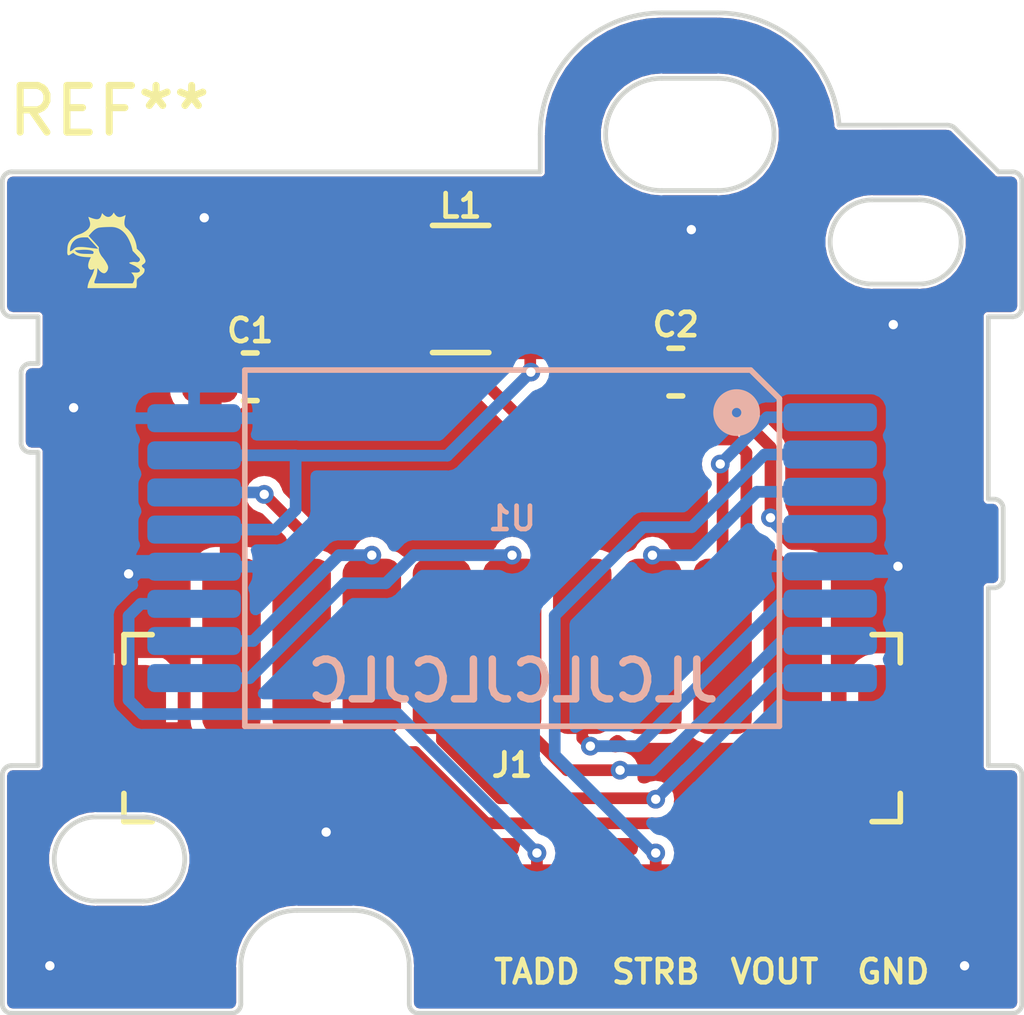
<source format=kicad_pcb>
(kicad_pcb (version 20211014) (generator pcbnew)
  (layers (0 "F.Cu" signal) (31 "B.Cu" signal) (34 "B.Paste" user) (35 "F.Paste" user) (36 "B.SilkS" user "B.Silkscreen") (37 "F.SilkS" user "F.Silkscreen") (38 "B.Mask" user) (39 "F.Mask" user) (44 "Edge.Cuts" user))
  (net 0 "")
  (net 1 "+5V")
  (net 2 "GND")
  (net 3 "SEN_VDD")
  (net 4 "SEN_START")
  (net 5 "SEN_SIN")
  (net 6 "SEN_LOAD")
  (net 7 "SEN_RST")
  (net 8 "SEN_CLK")
  (net 9 "SEN_READ")
  (net 10 "SEN_VOUT")
  (net 11 "SEN_STRB")
  (net 12 "SEN_TADD")
  (footprint "SMT (LP):TestPoint_Pad_1.5x1.5mm (LP)" (layer "F.Cu") (at 139.05 97.714)
    (fp_text reference "TP4" hide)
    (fp_text value "TestPoint" hide)
    (pad "1" smd roundrect (at 0 0) (size 1.8 1.8) (layers "F.Cu" "F.Paste") (roundrect_rratio 0.08333333333) (net 2 "GND"))
  )
  (footprint "SMT (LP):TestPoint_Pad_1.5x1.5mm (LP)" (layer "F.Cu") (at 133.97 97.714)
    (fp_text reference "TP2" hide)
    (fp_text value "TestPoint" hide)
    (pad "1" smd roundrect (at 0 0) (size 1.8 1.8) (layers "F.Cu" "F.Paste") (roundrect_rratio 0.08333333333) (net 11 "SEN_STRB"))
  )
  (footprint "SMT (LP):0603_HandSolder (LP)" (layer "F.Cu") (at 125.3 86.384 180)
    (fp_text reference "C1" (at 0 0.989 180) (layer "F.SilkS") (effects (font (size 0.5 0.5) (thickness 0.1))))
    (fp_text value "0.15uF" hide)
    (fp_line (start -0.146267 -0.51) (end 0.146267 -0.51) (layer "F.SilkS") (width 0.12))
    (fp_line (start -0.146267 0.51) (end 0.146267 0.51) (layer "F.SilkS") (width 0.12))
    (pad "1" smd roundrect (at -0.8625 0 180) (size 1.2 1.1) (layers "F.Cu" "F.Paste") (net 1 "+5V"))
    (pad "2" smd roundrect (at 0.8625 0 180) (size 1.2 1.1) (layers "F.Cu" "F.Paste") (net 2 "GND"))
  )
  (footprint "SMT (LP):1210_HandSolder (LP)" (layer "F.Cu") (at 129.8 84.506)
    (fp_text reference "L1" (at 0 -1.778) (layer "F.SilkS") (effects (font (size 0.5 0.5) (thickness 0.1))))
    (fp_text value "220uH" hide)
    (fp_line (start -0.602064 -1.36) (end 0.602064 -1.36) (layer "F.SilkS") (width 0.12))
    (fp_line (start -0.602064 1.36) (end 0.602064 1.36) (layer "F.SilkS") (width 0.12))
    (pad "1" smd roundrect (at -1.4875 0 180) (size 1.8 3) (layers "F.Cu" "F.Paste") (net 1 "+5V"))
    (pad "2" smd roundrect (at 1.4875 0 180) (size 1.8 3) (layers "F.Cu" "F.Paste") (net 3 "SEN_VDD"))
  )
  (footprint "SMT (LP):TestPoint_Pad_1.5x1.5mm (LP)" (layer "F.Cu") (at 136.51 97.714)
    (fp_text reference "TP3" hide)
    (fp_text value "TestPoint" hide)
    (pad "1" smd roundrect (at 0 0) (size 1.8 1.8) (layers "F.Cu" "F.Paste") (roundrect_rratio 0.08333333333) (net 10 "SEN_VOUT"))
  )
  (footprint "SMT (LP):0603_HandSolder (LP)" (layer "F.Cu") (at 134.4 86.284)
    (fp_text reference "C2" (at 0 -1.016) (layer "F.SilkS") (effects (font (size 0.5 0.5) (thickness 0.1))))
    (fp_text value "0.15uF" hide)
    (fp_line (start -0.146267 -0.51) (end 0.146267 -0.51) (layer "F.SilkS") (width 0.12))
    (fp_line (start -0.146267 0.51) (end 0.146267 0.51) (layer "F.SilkS") (width 0.12))
    (pad "1" smd roundrect (at -0.8625 0) (size 1.2 1.1) (layers "F.Cu" "F.Paste") (net 3 "SEN_VDD"))
    (pad "2" smd roundrect (at 0.8625 0) (size 1.2 1.1) (layers "F.Cu" "F.Paste") (net 2 "GND"))
  )
  (footprint "JST Connector:JST Connector (LP)" (layer "F.Cu") (at 130.9 93.9 180)
    (fp_text reference "J1" (at 0 -0.79 unlocked) (layer "F.SilkS") (effects (font (size 0.5 0.5) (thickness 0.1))))
    (fp_text value "JST_Connector" hide)
    (fp_line (start 7.697 2) (end 8.3 2) (layer "F.SilkS") (width 0.12))
    (fp_line (start 8.3 2) (end 8.3 1.397) (layer "F.SilkS") (width 0.12))
    (fp_line (start 7.697 -2) (end 8.3 -2) (layer "F.SilkS") (width 0.12))
    (fp_line (start -7.697 2) (end -8.3 2) (layer "F.SilkS") (width 0.12))
    (fp_line (start -7.697 -2) (end -8.3 -2) (layer "F.SilkS") (width 0.12))
    (fp_line (start 8.3 -2) (end 8.3 -1.397) (layer "F.SilkS") (width 0.12))
    (fp_line (start -8.3 2) (end -8.3 1.397) (layer "F.SilkS") (width 0.12))
    (fp_line (start -8.3 -2) (end -8.3 -1.397) (layer "F.SilkS") (width 0.12))
    (pad "0" smd roundrect (at -8.25 0 270) (size 2.7 1.7) (layers "F.Cu" "F.Paste") (net 2 "GND"))
    (pad "0" smd roundrect (at 8.25 0 270) (size 2.7 1.7) (layers "F.Cu" "F.Paste") (net 2 "GND"))
    (pad "1" smd roundrect (at -6 1.75 270) (size 3.75 1.25) (layers "F.Cu" "F.Paste") (net 1 "+5V"))
    (pad "2" smd roundrect (at -4.5 1.75 270) (size 3.75 1.25) (layers "F.Cu" "F.Paste") (net 4 "SEN_START"))
    (pad "3" smd roundrect (at -3 1.75 270) (size 3.75 1.25) (layers "F.Cu" "F.Paste") (net 5 "SEN_SIN"))
    (pad "4" smd roundrect (at -1.5 1.75 270) (size 3.75 1.25) (layers "F.Cu" "F.Paste") (net 6 "SEN_LOAD"))
    (pad "5" smd roundrect (at 0 1.75 270) (size 3.75 1.25) (layers "F.Cu" "F.Paste") (net 7 "SEN_RST"))
    (pad "6" smd roundrect (at 1.5 1.75 270) (size 3.75 1.25) (layers "F.Cu" "F.Paste") (net 8 "SEN_CLK"))
    (pad "7" smd roundrect (at 3 1.75 270) (size 3.75 1.25) (layers "F.Cu" "F.Paste") (net 9 "SEN_READ"))
    (pad "8" smd roundrect (at 4.5 1.75 270) (size 3.75 1.25) (layers "F.Cu" "F.Paste") (net 10 "SEN_VOUT"))
    (pad "9" smd roundrect (at 6 1.75 270) (size 3.75 1.25) (layers "F.Cu" "F.Paste") (net 2 "GND"))
  )
  (footprint "Logo:Logo" (layer "F.Cu") (at 122.286 83.744)
    (fp_text reference "REF**" (at 0 -3.048 unlocked) (layer "F.SilkS"))
    (fp_text value "Logo")
    (fp_poly (pts (xy 0.10724 -0.856448) (xy 0.119143 -0.839274) (xy 0.131162 -0.824153) (xy 0.137252 -0.817368) (xy 0.143416 -0.811103) (xy 0.149669 -0.805361) (xy 0.156026 -0.800142) (xy 0.162503 -0.79545) (xy 0.169113 -0.791287) (xy 0.175873 -0.787654) (xy 0.182797 -0.784555) (xy 0.189901 -0.781991) (xy 0.197198 -0.779965) (xy 0.204706 -0.778478) (xy 0.212437 -0.777533) (xy 0.220408 -0.777132) (xy 0.228634 -0.777277) (xy 0.23713 -0.777971) (xy 0.24591 -0.779216) (xy 0.25499 -0.781013) (xy 0.264384 -0.783365) (xy 0.274109 -0.786275) (xy 0.284178 -0.789744) (xy 0.305412 -0.79837) (xy 0.328205 -0.809259) (xy 0.35268 -0.82243) (xy 0.345176 -0.794003) (xy 0.338876 -0.767662) (xy 0.333735 -0.743295) (xy 0.329708 -0.720792) (xy 0.326751 -0.700042) (xy 0.32482 -0.680934) (xy 0.324225 -0.671961) (xy 0.32387 -0.663357) (xy 0.32375 -0.655109) (xy 0.323858 -0.647201) (xy 0.324189 -0.639621) (xy 0.324738 -0.632354) (xy 0.325498 -0.625387) (xy 0.326466 -0.618706) (xy 0.327634 -0.612297) (xy 0.328998 -0.606146) (xy 0.330551 -0.600239) (xy 0.332289 -0.594562) (xy 0.334206 -0.589102) (xy 0.336296 -0.583845) (xy 0.338554 -0.578776) (xy 0.340973 -0.573883) (xy 0.346277 -0.564565) (xy 0.352163 -0.55578) (xy 0.376893 -0.535059) (xy 0.400552 -0.512935) (xy 0.423089 -0.489485) (xy 0.44445 -0.464789) (xy 0.464585 -0.438923) (xy 0.483443 -0.411965) (xy 0.500971 -0.383994) (xy 0.517119 -0.355087) (xy 0.531833 -0.325321) (xy 0.545064 -0.294776) (xy 0.556759 -0.263528) (xy 0.566866 -0.231656) (xy 0.575335 -0.199236) (xy 0.582113 -0.166348) (xy 0.587149 -0.133069) (xy 0.590391 -0.099477) (xy 0.621935 -0.070356) (xy 0.636404 -0.056467) (xy 0.65006 -0.042907) (xy 0.662944 -0.029585) (xy 0.675097 -0.016412) (xy 0.686561 -0.003298) (xy 0.697378 0.009847) (xy 0.707588 0.023112) (xy 0.717234 0.036586) (xy 0.726357 0.050361) (xy 0.734998 0.064524) (xy 0.743199 0.079167) (xy 0.751001 0.094378) (xy 0.758445 0.110248) (xy 0.765574 0.126866) (xy 0.769971 0.138363) (xy 0.772852 0.148983) (xy 0.774338 0.15878) (xy 0.774549 0.167809) (xy 0.773606 0.176123) (xy 0.77163 0.183776) (xy 0.768741 0.190822) (xy 0.765059 0.197316) (xy 0.760705 0.203312) (xy 0.755799 0.208863) (xy 0.750462 0.214023) (xy 0.744814 0.218847) (xy 0.721525 0.235859) (xy 0.711149 0.243751) (xy 0.706699 0.247733) (xy 0.702903 0.25181) (xy 0.69988 0.256038) (xy 0.697751 0.260469) (xy 0.696637 0.265158) (xy 0.696657 0.27016) (xy 0.697933 0.275527) (xy 0.700585 0.281315) (xy 0.704734 0.287576) (xy 0.710499 0.294366) (xy 0.718002 0.301738) (xy 0.727362 0.309746) (xy 0.738701 0.318444) (xy 0.752139 0.327887) (xy 0.754308 0.339444) (xy 0.755433 0.350489) (xy 0.755572 0.361045) (xy 0.754784 0.371137) (xy 0.753125 0.380789) (xy 0.750655 0.390026) (xy 0.74743 0.398871) (xy 0.74351 0.40735) (xy 0.738952 0.415486) (xy 0.733814 0.423304) (xy 0.728153 0.430828) (xy 0.722029 0.438083) (xy 0.715499 0.445092) (xy 0.708621 0.451881) (xy 0.694053 0.464893) (xy 0.63346 0.512974) (xy 0.620051 0.524975) (xy 0.613927 0.531107) (xy 0.608267 0.537358) (xy 0.603128 0.543754) (xy 0.59857 0.550318) (xy 0.594649 0.557074) (xy 0.591425 0.564048) (xy 0.589306 0.574139) (xy 0.587985 0.58491) (xy 0.587312 0.596248) (xy 0.587133 0.608039) (xy 0.58832 0.657453) (xy 0.588331 0.669799) (xy 0.587924 0.681913) (xy 0.586946 0.693683) (xy 0.585245 0.704993) (xy 0.584076 0.710441) (xy 0.58267 0.715731) (xy 0.581006 0.720849) (xy 0.579067 0.725782) (xy 0.576832 0.730514) (xy 0.574284 0.735031) (xy 0.571403 0.73932) (xy 0.56817 0.743366) (xy -0.465358 0.743366) (xy -0.464408 0.727928) (xy -0.462885 0.712918) (xy -0.460824 0.698308) (xy -0.458258 0.684072) (xy -0.45522 0.670181) (xy -0.451746 0.656611) (xy -0.443623 0.630319) (xy -0.434159 0.60498) (xy -0.423625 0.580379) (xy -0.412292 0.556298) (xy -0.400432 0.532523) (xy -0.376215 0.485022) (xy -0.364401 0.460865) (xy -0.353143 0.436149) (xy -0.342715 0.410657) (xy -0.333386 0.384174) (xy -0.325429 0.356484) (xy -0.322049 0.342119) (xy -0.319114 0.32737) (xy -0.329524 0.33372) (xy -0.339714 0.339015) (xy -0.349653 0.343272) (xy -0.35931 0.346506) (xy -0.368656 0.348731) (xy -0.377659 0.349963) (xy -0.386291 0.350217) (xy -0.39452 0.349507) (xy -0.402316 0.34785) (xy -0.409649 0.345261) (xy -0.416489 0.341753) (xy -0.422805 0.337343) (xy -0.428567 0.332046) (xy -0.433745 0.325877) (xy -0.438308 0.318851) (xy -0.442226 0.310982) (xy -0.445469 0.302287) (xy -0.448007 0.292781) (xy -0.449809 0.282478) (xy -0.450845 0.271393) (xy -0.451084 0.259542) (xy -0.450497 0.246941) (xy -0.449053 0.233603) (xy -0.446722 0.219544) (xy -0.443473 0.20478) (xy -0.439276 0.189325) (xy -0.434101 0.173195) (xy -0.427918 0.156404) (xy -0.420696 0.138969) (xy -0.412405 0.120903) (xy -0.403014 0.102222) (xy -0.392494 0.082942) (xy -0.436013 0.082018) (xy -0.485055 0.080121) (xy -0.51092 0.078481) (xy -0.537295 0.076207) (xy -0.563888 0.073169) (xy -0.590408 0.069236) (xy -0.616565 0.064278) (xy -0.642069 0.058164) (xy -0.666628 0.050765) (xy -0.689952 0.04195) (xy -0.701059 0.03697) (xy -0.71175 0.031588) (xy -0.721985 0.025787) (xy -0.731731 0.019551) (xy -0.74095 0.012862) (xy -0.749605 0.005706) (xy -0.757661 -0.001934) (xy -0.765081 -0.010075) (xy -0.771103 -0.008177) (xy -0.777108 -0.005899) (xy -0.783087 -0.003292) (xy -0.78903 -0.00041) (xy -0.800765 0.005975) (xy -0.812231 0.012842) (xy -0.834027 0.026359) (xy -0.844193 0.032179) (xy -0.849057 0.034673) (xy -0.853761 0.03682) (xy -0.858295 0.038568) (xy -0.862649 0.039866) (xy -0.866813 0.040661) (xy -0.870775 0.040901) (xy -0.874527 0.040536) (xy -0.878057 0.039512) (xy -0.881355 0.037778) (xy -0.884412 0.035283) (xy -0.887216 0.031973) (xy -0.889758 0.027797) (xy -0.892027 0.022704) (xy -0.894014 0.016641) (xy -0.895707 0.009556) (xy -0.897096 0.001399) (xy -0.898172 -0.007885) (xy -0.898923 -0.018345) (xy -0.897979 -0.042116) (xy -0.838979 -0.042116) (xy -0.831087 -0.045612) (xy -0.823701 -0.049167) (xy -0.816785 -0.052773) (xy -0.810302 -0.056419) (xy -0.804216 -0.060096) (xy -0.798489 -0.063795) (xy -0.795523 -0.065888) (xy -0.735109 -0.065888) (xy -0.729759 -0.057847) (xy -0.723888 -0.050401) (xy -0.717519 -0.043527) (xy -0.710677 -0.037201) (xy -0.703385 -0.0314) (xy -0.695667 -0.026101) (xy -0.687546 -0.02128) (xy -0.679047 -0.016913) (xy -0.661006 -0.009452) (xy -0.641733 -0.003529) (xy -0.621419 0.001041) (xy -0.600253 0.004446) (xy -0.578424 0.006872) (xy -0.556122 0.008506) (xy -0.510856 0.010146) (xy -0.465971 0.01086) (xy -0.422984 0.012144) (xy -0.35012 0.012144) (xy -0.343755 0.003864) (xy -0.339129 -0.0039) (xy -0.336155 -0.011164) (xy -0.334745 -0.017945) (xy -0.334813 -0.024258) (xy -0.33627 -0.030119) (xy -0.33903 -0.035544) (xy -0.343005 -0.04055) (xy -0.348107 -0.045151) (xy -0.354251 -0.049365) (xy -0.361348 -0.053207) (xy -0.36931 -0.056692) (xy -0.387484 -0.062659) (xy -0.408074 -0.067394) (xy -0.430381 -0.071024) (xy -0.453707 -0.073676) (xy -0.477354 -0.075479) (xy -0.500622 -0.076561) (xy -0.543231 -0.077069) (xy -0.575946 -0.076223) (xy -0.735109 -0.065888) (xy -0.795523 -0.065888) (xy -0.787966 -0.071219) (xy -0.778442 -0.078615) (xy -0.769621 -0.085905) (xy -0.752918 -0.099863) (xy -0.744448 -0.106378) (xy -0.735506 -0.112481) (xy -0.730768 -0.115354) (xy -0.725801 -0.118096) (xy -0.72057 -0.120697) (xy -0.715037 -0.123146) (xy -0.709167 -0.125436) (xy -0.702922 -0.127555) (xy -0.696265 -0.129495) (xy -0.689161 -0.131246) (xy -0.681571 -0.132798) (xy -0.673461 -0.134142) (xy -0.664791 -0.135269) (xy -0.655527 -0.136168) (xy -0.630963 -0.137591) (xy -0.606102 -0.137957) (xy -0.580965 -0.137386) (xy -0.555572 -0.136002) (xy -0.504094 -0.131282) (xy -0.451826 -0.124778) (xy -0.345544 -0.110335) (xy -0.291844 -0.104356) (xy -0.264924 -0.102105) (xy -0.237982 -0.100511) (xy -0.458123 -0.341323) (xy -0.495397 -0.342005) (xy -0.533448 -0.342238) (xy -0.552587 -0.341847) (xy -0.571704 -0.340939) (xy -0.590729 -0.339377) (xy -0.60959 -0.337027) (xy -0.628215 -0.333754) (xy -0.646533 -0.329421) (xy -0.664471 -0.323895) (xy -0.681958 -0.31704) (xy -0.69051 -0.313072) (xy -0.698922 -0.308721) (xy -0.707186 -0.30397) (xy -0.715292 -0.298803) (xy -0.723231 -0.293201) (xy -0.730996 -0.287149) (xy -0.738575 -0.28063) (xy -0.745961 -0.273627) (xy -0.757444 -0.262761) (xy -0.768163 -0.251222) (xy -0.778119 -0.239049) (xy -0.787314 -0.226286) (xy -0.79575 -0.212972) (xy -0.803428 -0.199151) (xy -0.810351 -0.184863) (xy -0.816521 -0.17015) (xy -0.821939 -0.155053) (xy -0.826608 -0.139613) (xy -0.830529 -0.123874) (xy -0.833703 -0.107875) (xy -0.836134 -0.091658) (xy -0.837822 -0.075265) (xy -0.83877 -0.058737) (xy -0.838979 -0.042116) (xy -0.897979 -0.042116) (xy -0.895472 -0.105215) (xy -0.894082 -0.125014) (xy -0.892012 -0.144266) (xy -0.889026 -0.163082) (xy -0.884889 -0.181571) (xy -0.879365 -0.199845) (xy -0.87601 -0.208936) (xy -0.87222 -0.218014) (xy -0.867966 -0.227093) (xy -0.863219 -0.236187) (xy -0.857948 -0.24531) (xy -0.852126 -0.254476) (xy -0.845721 -0.263698) (xy -0.838706 -0.27299) (xy -0.83105 -0.282366) (xy -0.822724 -0.291839) (xy -0.813699 -0.301425) (xy -0.803946 -0.311135) (xy -0.793434 -0.320985) (xy -0.782135 -0.330988) (xy -0.766841 -0.343437) (xy -0.751661 -0.354443) (xy -0.736609 -0.364157) (xy -0.721699 -0.372731) (xy -0.717456 -0.374913) (xy -0.440554 -0.374913) (xy -0.41251 -0.343923) (xy -0.384394 -0.313415) (xy -0.328355 -0.252947) (xy -0.300635 -0.222536) (xy -0.27325 -0.191708) (xy -0.246303 -0.160238) (xy -0.219895 -0.127899) (xy -0.221102 -0.121992) (xy -0.222048 -0.116074) (xy -0.223181 -0.104205) (xy -0.223348 -0.092302) (xy -0.222602 -0.080375) (xy -0.220994 -0.068433) (xy -0.218578 -0.056485) (xy -0.215405 -0.044541) (xy -0.211529 -0.03261) (xy -0.207002 -0.020702) (xy -0.201877 -0.008826) (xy -0.196206 0.003009) (xy -0.190041 0.014794) (xy -0.183436 0.026518) (xy -0.176442 0.038173) (xy -0.169113 0.049749) (xy -0.161501 0.061237) (xy -0.142473 0.083596) (xy -0.123646 0.107319) (xy -0.105277 0.132195) (xy -0.087619 0.158008) (xy -0.079137 0.1712) (xy -0.070929 0.184547) (xy -0.063026 0.198022) (xy -0.05546 0.211598) (xy -0.048264 0.22525) (xy -0.041468 0.238949) (xy -0.035106 0.25267) (xy -0.029209 0.266386) (xy -0.027041 0.273821) (xy -0.025381 0.28125) (xy -0.024208 0.288658) (xy -0.023502 0.296031) (xy -0.023243 0.303352) (xy -0.023409 0.310607) (xy -0.023981 0.31778) (xy -0.024939 0.324855) (xy -0.026261 0.331818) (xy -0.027927 0.338653) (xy -0.029917 0.345345) (xy -0.032211 0.351878) (xy -0.034788 0.358236) (xy -0.037627 0.364406) (xy -0.040708 0.37037) (xy -0.044011 0.376115) (xy -0.047516 0.381623) (xy -0.051201 0.386881) (xy -0.055046 0.391873) (xy -0.059032 0.396583) (xy -0.063137 0.400996) (xy -0.067342 0.405097) (xy -0.071624 0.40887) (xy -0.075966 0.4123) (xy -0.080345 0.415372) (xy -0.084741 0.41807) (xy -0.089135 0.420379) (xy -0.093505 0.422284) (xy -0.097831 0.423768) (xy -0.102092 0.424818) (xy -0.106269 0.425417) (xy -0.110341 0.42555) (xy -0.118438 0.424927) (xy -0.126674 0.423464) (xy -0.135041 0.421155) (xy -0.143533 0.417993) (xy -0.152143 0.413973) (xy -0.160861 0.409088) (xy -0.169682 0.403332) (xy -0.178598 0.3967) (xy -0.187601 0.389184) (xy -0.196684 0.38078) (xy -0.20584 0.37148) (xy -0.215062 0.36128) (xy -0.224341 0.350172) (xy -0.23367 0.338151) (xy -0.243043 0.325211) (xy -0.252451 0.311345) (xy -0.252497 0.327507) (xy -0.252943 0.343436) (xy -0.253795 0.359176) (xy -0.255059 0.374769) (xy -0.256742 0.390258) (xy -0.258849 0.405686) (xy -0.261387 0.421097) (xy -0.264362 0.436534) (xy -0.26778 0.452039) (xy -0.271648 0.467655) (xy -0.275972 0.483427) (xy -0.280758 0.499396) (xy -0.286011 0.515605) (xy -0.29174 0.532099) (xy -0.304644 0.56611) (xy -0.306302 0.572796) (xy -0.308414 0.579529) (xy -0.313249 0.592868) (xy -0.315593 0.599342) (xy -0.317636 0.605597) (xy -0.319187 0.611568) (xy -0.31972 0.614426) (xy -0.320059 0.617187) (xy -0.320181 0.619844) (xy -0.320061 0.622389) (xy -0.319677 0.624813) (xy -0.319005 0.627108) (xy -0.318021 0.629265) (xy -0.316701 0.631277) (xy -0.315022 0.633134) (xy -0.31296 0.634829) (xy -0.310492 0.636354) (xy -0.307593 0.6377) (xy -0.30424 0.638859) (xy -0.30041 0.639823) (xy -0.296078 0.640583) (xy -0.291222 0.641131) (xy -0.285817 0.641458) (xy -0.27984 0.641558) (xy 0.498407 0.641558) (xy 0.508493 0.626636) (xy 0.516839 0.612164) (xy 0.523552 0.598147) (xy 0.528737 0.584589) (xy 0.532501 0.571495) (xy 0.534949 0.558869) (xy 0.536187 0.546716) (xy 0.536321 0.535041) (xy 0.535457 0.523848) (xy 0.533702 0.513142) (xy 0.53116 0.502927) (xy 0.527939 0.493208) (xy 0.524144 0.483989) (xy 0.519881 0.475276) (xy 0.515256 0.467072) (xy 0.510375 0.459383) (xy 0.500268 0.445566) (xy 0.49041 0.433861) (xy 0.474827 0.416935) (xy 0.470799 0.411787) (xy 0.470096 0.410059) (xy 0.470409 0.408899) (xy 0.471844 0.408314) (xy 0.474506 0.408307) (xy 0.483938 0.410047) (xy 0.493666 0.409073) (xy 0.503935 0.408724) (xy 0.514651 0.408852) (xy 0.525718 0.409309) (xy 0.548527 0.410612) (xy 0.560079 0.411161) (xy 0.571602 0.411444) (xy 0.583002 0.411312) (xy 0.594183 0.410616) (xy 0.605051 0.409208) (xy 0.610338 0.40819) (xy 0.615511 0.406939) (xy 0.620559 0.405434) (xy 0.625468 0.403659) (xy 0.630228 0.401595) (xy 0.634827 0.399222) (xy 0.639252 0.396522) (xy 0.643492 0.393477) (xy 0.647535 0.390068) (xy 0.651369 0.386276) (xy 0.653483 0.38151) (xy 0.654965 0.376843) (xy 0.655845 0.372274) (xy 0.656152 0.367799) (xy 0.655916 0.363417) (xy 0.655168 0.359125) (xy 0.653937 0.35492) (xy 0.652253 0.350799) (xy 0.650146 0.34676) (xy 0.647646 0.3428) (xy 0.644782 0.338917) (xy 0.641586 0.335109) (xy 0.634312 0.327703) (xy 0.626064 0.320564) (xy 0.553701 0.270521) (xy 0.449717 0.222729) (xy 0.440074 0.217084) (xy 0.436096 0.214363) (xy 0.432759 0.211719) (xy 0.430122 0.209161) (xy 0.428244 0.206695) (xy 0.427186 0.204331) (xy 0.427006 0.202076) (xy 0.427763 0.199937) (xy 0.429518 0.197921) (xy 0.432329 0.196038) (xy 0.436255 0.194295) (xy 0.441356 0.192699) (xy 0.447691 0.191258) (xy 0.45532 0.18998) (xy 0.464301 0.188872) (xy 0.472474 0.187365) (xy 0.479785 0.185866) (xy 0.486816 0.184459) (xy 0.494152 0.183225) (xy 0.498117 0.182697) (xy 0.502376 0.182244) (xy 0.507002 0.181874) (xy 0.512069 0.181599) (xy 0.517649 0.181428) (xy 0.523816 0.181371) (xy 0.530641 0.181439) (xy 0.538198 0.181642) (xy 0.582093 0.186583) (xy 0.589843 0.187261) (xy 0.593355 0.187466) (xy 0.596653 0.187569) (xy 0.59976 0.187561) (xy 0.602696 0.187434) (xy 0.605485 0.187178) (xy 0.608148 0.186784) (xy 0.610706 0.186243) (xy 0.613181 0.185546) (xy 0.615596 0.184683) (xy 0.617972 0.183645) (xy 0.62033 0.182424) (xy 0.622693 0.18101) (xy 0.625083 0.179394) (xy 0.62752 0.177567) (xy 0.630028 0.17552) (xy 0.632627 0.173243) (xy 0.63534 0.170728) (xy 0.638188 0.167965) (xy 0.644377 0.16166) (xy 0.65137 0.154254) (xy 0.653149 0.149627) (xy 0.6545 0.145143) (xy 0.655441 0.140797) (xy 0.655992 0.136582) (xy 0.656174 0.132491) (xy 0.656006 0.128518) (xy 0.655507 0.124657) (xy 0.654697 0.120902) (xy 0.653597 0.117245) (xy 0.652226 0.113681) (xy 0.650604 0.110203) (xy 0.64875 0.106804) (xy 0.646684 0.103479) (xy 0.644426 0.100221) (xy 0.639414 0.09388) (xy 0.633871 0.087731) (xy 0.627955 0.081721) (xy 0.615639 0.069916) (xy 0.609554 0.064019) (xy 0.603729 0.058057) (xy 0.598322 0.051979) (xy 0.595825 0.04888) (xy 0.593492 0.045734) (xy 0.548658 -0.001973) (xy 0.522358 -0.02953) (xy 0.499441 -0.052968) (xy 0.487667 -0.104251) (xy 0.473788 -0.154275) (xy 0.457776 -0.202759) (xy 0.439602 -0.249421) (xy 0.419239 -0.293979) (xy 0.396657 -0.33615) (xy 0.384526 -0.356253) (xy 0.37183 -0.375653) (xy 0.358564 -0.394316) (xy 0.344727 -0.412205) (xy 0.330314 -0.429287) (xy 0.315322 -0.445525) (xy 0.299746 -0.460885) (xy 0.283585 -0.475331) (xy 0.266833 -0.488828) (xy 0.249488 -0.50134) (xy 0.231546 -0.512832) (xy 0.213004 -0.52327) (xy 0.193857 -0.532618) (xy 0.174103 -0.54084) (xy 0.153738 -0.547901) (xy 0.132758 -0.553767) (xy 0.11116 -0.558401) (xy 0.08894 -0.561769) (xy 0.066095 -0.563836) (xy 0.042621 -0.564565) (xy 0.01217 -0.564485) (xy -0.020537 -0.563986) (xy -0.054737 -0.563031) (xy -0.089667 -0.561581) (xy -0.124566 -0.559601) (xy -0.15867 -0.557051) (xy -0.191217 -0.553895) (xy -0.221445 -0.550096) (xy -0.230453 -0.547568) (xy -0.23922 -0.544752) (xy -0.247757 -0.541658) (xy -0.256074 -0.538295) (xy -0.264181 -0.534673) (xy -0.272089 -0.530803) (xy -0.287344 -0.522354) (xy -0.301921 -0.513027) (xy -0.315901 -0.5029) (xy -0.329363 -0.492052) (xy -0.342388 -0.480561) (xy -0.355058 -0.468506) (xy -0.367453 -0.455965) (xy -0.379652 -0.443017) (xy -0.391738 -0.42974) (xy -0.440554 -0.374913) (xy -0.717456 -0.374913) (xy -0.706944 -0.380317) (xy -0.692359 -0.387067) (xy -0.677957 -0.393135) (xy -0.663753 -0.39867) (xy -0.609187 -0.418545) (xy -0.596178 -0.423707) (xy -0.58345 -0.429251) (xy -0.571017 -0.435328) (xy -0.558893 -0.442092) (xy -0.538669 -0.453825) (xy -0.520211 -0.465474) (xy -0.503448 -0.47704) (xy -0.488314 -0.488524) (xy -0.474739 -0.499928) (xy -0.462656 -0.511253) (xy -0.451996 -0.522501) (xy -0.442691 -0.533673) (xy -0.434672 -0.54477) (xy -0.427872 -0.555793) (xy -0.422222 -0.566745) (xy -0.417654 -0.577627) (xy -0.414099 -0.588439) (xy -0.411489 -0.599184) (xy -0.409757 -0.609863) (xy -0.408832 -0.620477) (xy -0.408649 -0.631027) (xy -0.409137 -0.641516) (xy -0.410229 -0.651944) (xy -0.411857 -0.662313) (xy -0.416446 -0.682879) (xy -0.422357 -0.703225) (xy -0.435963 -0.743304) (xy -0.442565 -0.763059) (xy -0.448305 -0.78264) (xy -0.407412 -0.766826) (xy -0.371069 -0.753955) (xy -0.354498 -0.748612) (xy -0.338939 -0.743992) (xy -0.324351 -0.740091) (xy -0.31069 -0.736905) (xy -0.297917 -0.734428) (xy -0.285988 -0.732658) (xy -0.274861 -0.731589) (xy -0.264497 -0.731218) (xy -0.254851 -0.731541) (xy -0.245883 -0.732552) (xy -0.237551 -0.734249) (xy -0.229813 -0.736625) (xy -0.222628 -0.739679) (xy -0.215953 -0.743404) (xy -0.209747 -0.747798) (xy -0.203968 -0.752855) (xy -0.198574 -0.758572) (xy -0.193523 -0.764944) (xy -0.188774 -0.771967) (xy -0.184285 -0.779636) (xy -0.180014 -0.787949) (xy -0.17592 -0.796899) (xy -0.168092 -0.816699) (xy -0.160469 -0.839001) (xy -0.152716 -0.863772) (xy -0.146445 -0.855759) (xy -0.138992 -0.84706) (xy -0.129002 -0.836404) (xy -0.116733 -0.824671) (xy -0.102439 -0.812737) (xy -0.08638 -0.801482) (xy -0.077767 -0.796383) (xy -0.068809 -0.791783) (xy -0.059538 -0.787792) (xy -0.049986 -0.78452) (xy -0.040184 -0.782076) (xy -0.030165 -0.780571) (xy -0.01996 -0.780114) (xy -0.009603 -0.780814) (xy 0.000875 -0.782782) (xy 0.011442 -0.786128) (xy 0.022066 -0.79096) (xy 0.032715 -0.79739) (xy 0.043356 -0.805527) (xy 0.053958 -0.81548) (xy 0.064489 -0.82736) (xy 0.074916 -0.841277) (xy 0.085207 -0.857339) (xy 0.095331 -0.875657)) (layer "F.SilkS") (width 0) (fill solid))
  )
  (footprint "SMT (LP):TestPoint_Pad_1.5x1.5mm (LP)" (layer "F.Cu") (at 131.43 97.714)
    (fp_text reference "TP1" hide)
    (fp_text value "TestPoint" hide)
    (pad "1" smd roundrect (at 0 0) (size 1.8 1.8) (layers "F.Cu" "F.Paste") (roundrect_rratio 0.08333333333) (net 12 "SEN_TADD"))
  )
  (footprint "M6428xFP:M6428xFP (LP)" (layer "B.Cu") (at 130.9 90.05 180)
    (fp_text reference "U1" (at 0 0.635 unlocked) (layer "B.SilkS") (effects (font (size 0.5 0.5) (thickness 0.1)) (justify mirror)))
    (fp_text value "M64283FP")
    (fp_line (start -5.715 -3.81) (end 5.715 -3.81) (layer "B.SilkS") (width 0.12))
    (fp_line (start -5.1 3.81) (end -5.715 3.2) (layer "B.SilkS") (width 0.12))
    (fp_line (start 5.715 -3.81) (end 5.715 3.81) (layer "B.SilkS") (width 0.12))
    (fp_line (start 5.715 3.81) (end -5.1 3.81) (layer "B.SilkS") (width 0.12))
    (fp_line (start -5.715 3.2) (end -5.715 -3.81) (layer "B.SilkS") (width 0.12))
    (fp_circle (center -4.8 2.9) (end -4.7 2.9) (layer "B.SilkS") (width 0.4) (fill none))
    (pad "1" smd roundrect (at -6.8 2.8 180) (size 2 0.6) (layers "B.Cu" "B.Paste") (net 4 "SEN_START"))
    (pad "2" smd roundrect (at -6.8 2.002858 180) (size 2 0.6) (layers "B.Cu" "B.Paste") (net 11 "SEN_STRB"))
    (pad "3" smd roundrect (at -6.8 1.205716 180) (size 2 0.6) (layers "B.Cu" "B.Paste") (net 5 "SEN_SIN"))
    (pad "4" smd roundrect (at -6.8 0.408574 180) (size 2 0.6) (layers "B.Cu" "B.Paste") (net 3 "SEN_VDD"))
    (pad "5" smd roundrect (at -6.8 -0.388568 180) (size 2 0.6) (layers "B.Cu" "B.Paste") (net 2 "GND"))
    (pad "6" smd roundrect (at -6.8 -1.18571 180) (size 2 0.6) (layers "B.Cu" "B.Paste") (net 6 "SEN_LOAD"))
    (pad "7" smd roundrect (at -6.8 -1.982852 180) (size 2 0.6) (layers "B.Cu" "B.Paste") (net 7 "SEN_RST"))
    (pad "8" smd roundrect (at -6.8 -2.78 180) (size 2 0.6) (layers "B.Cu" "B.Paste") (net 8 "SEN_CLK"))
    (pad "9" smd roundrect (at 6.8 -2.78 180) (size 2 0.6) (layers "B.Cu" "B.Paste") (net 7 "SEN_RST"))
    (pad "10" smd roundrect (at 6.8 -1.98571 180) (size 2 0.6) (layers "B.Cu" "B.Paste") (net 9 "SEN_READ"))
    (pad "11" smd roundrect (at 6.8 -1.191425 180) (size 2 0.6) (layers "B.Cu" "B.Paste") (net 12 "SEN_TADD"))
    (pad "12" smd roundrect (at 6.8 -0.39714 180) (size 2 0.6) (layers "B.Cu" "B.Paste") (net 2 "GND"))
    (pad "13" smd roundrect (at 6.8 0.397145 180) (size 2 0.6) (layers "B.Cu" "B.Paste") (net 3 "SEN_VDD"))
    (pad "14" smd roundrect (at 6.8 1.19143 180) (size 2 0.6) (layers "B.Cu" "B.Paste") (net 10 "SEN_VOUT"))
    (pad "15" smd roundrect (at 6.8 1.985715 180) (size 2 0.6) (layers "B.Cu" "B.Paste") (net 3 "SEN_VDD"))
    (pad "16" smd roundrect (at 6.8 2.78 180) (size 2 0.6) (layers "B.Cu" "B.Paste") (net 2 "GND"))
  )
  (gr_arc (start 134.1 82.4) (mid 132.899999 81.199999) (end 134.1 79.999998) (layer "Edge.Cuts") (width 0.1))
  (gr_line (start 141.6 100) (end 128.9 100) (layer "Edge.Cuts") (width 0.1))
  (gr_arc (start 120 94.9) (mid 120.058579 94.758579) (end 120.2 94.7) (layer "Edge.Cuts") (width 0.1))
  (gr_arc (start 123 95.799998) (mid 123.9 96.699998) (end 123 97.599998) (layer "Edge.Cuts") (width 0.1))
  (gr_arc (start 141.8 99.8) (mid 141.741421 99.941421) (end 141.6 100) (layer "Edge.Cuts") (width 0.1))
  (gr_line (start 122 97.599998) (end 123 97.599998) (layer "Edge.Cuts") (width 0.1))
  (gr_arc (start 120.2 85.1) (mid 120.058579 85.041421) (end 120 84.9) (layer "Edge.Cuts") (width 0.1))
  (gr_arc (start 141.8 84.9) (mid 141.741421 85.041421) (end 141.6 85.1) (layer "Edge.Cuts") (width 0.1))
  (gr_arc (start 135.3 80) (mid 136.5 81.2) (end 135.3 82.4) (layer "Edge.Cuts") (width 0.1))
  (gr_line (start 120 99.8) (end 120 94.9) (layer "Edge.Cuts") (width 0.1))
  (gr_arc (start 140.2 81) (mid 140.311803 81.026393) (end 140.4 81.1) (layer "Edge.Cuts") (width 0.1))
  (gr_arc (start 120.2 100) (mid 120.058579 99.941421) (end 120 99.8) (layer "Edge.Cuts") (width 0.1))
  (gr_arc (start 127.499998 97.8) (mid 128.348527 98.151471) (end 128.7 99) (layer "Edge.Cuts") (width 0.1))
  (gr_line (start 141.3 82) (end 140.4 81.1) (layer "Edge.Cuts") (width 0.1))
  (gr_line (start 125.1 99.8) (end 125.1 99) (layer "Edge.Cuts") (width 0.1))
  (gr_line (start 135.3 80) (end 134.1 79.999998) (layer "Edge.Cuts") (width 0.1))
  (gr_line (start 120.6 86.1) (end 120.762 86.1) (layer "Edge.Cuts") (width 0.1))
  (gr_arc (start 120.4 86.3) (mid 120.458579 86.158579) (end 120.6 86.1) (layer "Edge.Cuts") (width 0.1))
  (gr_line (start 128.7 99.8) (end 128.7 99) (layer "Edge.Cuts") (width 0.1))
  (gr_line (start 120 82.2) (end 120 84.9) (layer "Edge.Cuts") (width 0.1))
  (gr_line (start 137.892342 81.000589) (end 140.2 81) (layer "Edge.Cuts") (width 0.1))
  (gr_line (start 120.762 85.1) (end 120.762 86.1) (layer "Edge.Cuts") (width 0.1))
  (gr_arc (start 138.6 84.4) (mid 137.7 83.5) (end 138.6 82.6) (layer "Edge.Cuts") (width 0.1))
  (gr_line (start 139.6 84.4) (end 138.6 84.4) (layer "Edge.Cuts") (width 0.1))
  (gr_line (start 139.6 82.6) (end 138.6 82.6) (layer "Edge.Cuts") (width 0.1))
  (gr_line (start 141.2 90.9) (end 141.082 90.9) (layer "Edge.Cuts") (width 0.1))
  (gr_line (start 127.5 97.8) (end 126.3 97.799998) (layer "Edge.Cuts") (width 0.1))
  (gr_arc (start 141.6 82) (mid 141.741421 82.058579) (end 141.8 82.2) (layer "Edge.Cuts") (width 0.1))
  (gr_line (start 120.2 82) (end 131.5 82) (layer "Edge.Cuts") (width 0.1))
  (gr_arc (start 128.9 100) (mid 128.758579 99.941421) (end 128.7 99.8) (layer "Edge.Cuts") (width 0.1))
  (gr_arc (start 141.2 89) (mid 141.341421 89.058579) (end 141.4 89.2) (layer "Edge.Cuts") (width 0.1))
  (gr_line (start 141.4 89.2) (end 141.4 90.7) (layer "Edge.Cuts") (width 0.1))
  (gr_line (start 141.8 82.2) (end 141.8 84.9) (layer "Edge.Cuts") (width 0.1))
  (gr_line (start 141.082 89) (end 141.082 85.1) (layer "Edge.Cuts") (width 0.1))
  (gr_line (start 134.1 82.4) (end 135.3 82.4) (layer "Edge.Cuts") (width 0.1))
  (gr_arc (start 131.5 81.2) (mid 132.261522 79.361522) (end 134.1 78.599999) (layer "Edge.Cuts") (width 0.1))
  (gr_arc (start 120.6 88) (mid 120.458579 87.941421) (end 120.4 87.8) (layer "Edge.Cuts") (width 0.1))
  (gr_line (start 120.2 94.7) (end 120.762 94.7) (layer "Edge.Cuts") (width 0.1))
  (gr_line (start 141.6 82) (end 141.3 82) (layer "Edge.Cuts") (width 0.1))
  (gr_line (start 141.6 85.1) (end 141.082 85.1) (layer "Edge.Cuts") (width 0.1))
  (gr_arc (start 141.4 90.7) (mid 141.341421 90.841421) (end 141.2 90.9) (layer "Edge.Cuts") (width 0.1))
  (gr_arc (start 122 97.599998) (mid 121.1 96.699998) (end 122 95.799998) (layer "Edge.Cuts") (width 0.1))
  (gr_arc (start 135.3 78.6) (mid 137.066569 79.292322) (end 137.892342 81.000589) (layer "Edge.Cuts") (width 0.1))
  (gr_line (start 141.082 94.7) (end 141.6 94.7) (layer "Edge.Cuts") (width 0.1))
  (gr_line (start 141.8 94.9) (end 141.8 99.8) (layer "Edge.Cuts") (width 0.1))
  (gr_arc (start 141.6 94.7) (mid 141.741421 94.758579) (end 141.8 94.9) (layer "Edge.Cuts") (width 0.1))
  (gr_arc (start 125.1 99) (mid 125.451471 98.151471) (end 126.3 97.799998) (layer "Edge.Cuts") (width 0.1))
  (gr_arc (start 125.1 99.8) (mid 125.041421 99.941421) (end 124.9 100) (layer "Edge.Cuts") (width 0.1))
  (gr_line (start 120.2 85.1) (end 120.762 85.1) (layer "Edge.Cuts") (width 0.1))
  (gr_line (start 120.762 88) (end 120.6 88) (layer "Edge.Cuts") (width 0.1))
  (gr_line (start 141.082 89) (end 141.2 89) (layer "Edge.Cuts") (width 0.1))
  (gr_line (start 120.4 87.8) (end 120.4 86.3) (layer "Edge.Cuts") (width 0.1))
  (gr_line (start 122 95.799998) (end 123 95.799998) (layer "Edge.Cuts") (width 0.1))
  (gr_line (start 120.2 100) (end 124.9 100) (layer "Edge.Cuts") (width 0.1))
  (gr_line (start 134.1 78.599999) (end 135.3 78.6) (layer "Edge.Cuts") (width 0.1))
  (gr_line (start 120.762 94.7) (end 120.762 88) (layer "Edge.Cuts") (width 0.1))
  (gr_arc (start 139.6 82.6) (mid 140.5 83.5) (end 139.6 84.4) (layer "Edge.Cuts") (width 0.1))
  (gr_line (start 131.5 82) (end 131.5 81.2) (layer "Edge.Cuts") (width 0.1))
  (gr_line (start 141.082 94.7) (end 141.082 90.9) (layer "Edge.Cuts") (width 0.1))
  (gr_arc (start 120 82.2) (mid 120.058579 82.058579) (end 120.2 82) (layer "Edge.Cuts") (width 0.1))
  (gr_text "JLCJLCJLCJLC" (at 130.922 92.888) (layer "B.SilkS") (effects (font (size 0.85 0.85) (thickness 0.16)) (justify mirror)))
  (gr_text "TADD" (at 131.43 99.114) (layer "F.SilkS") (effects (font (size 0.5 0.5) (thickness 0.1))))
  (gr_text "STRB" (at 133.97 99.114) (layer "F.SilkS") (effects (font (size 0.5 0.5) (thickness 0.1))))
  (gr_text "VOUT" (at 136.51 99.111) (layer "F.SilkS") (effects (font (size 0.5 0.5) (thickness 0.1))))
  (gr_text "GND" (at 139.05 99.111) (layer "F.SilkS") (effects (font (size 0.5 0.5) (thickness 0.1))))
  (segment (start 136.9 90.611) (end 135.9095 89.6205) (width 0.25) (layer "F.Cu") (net 1))
  (segment (start 135.625353 87.725353) (end 131.531853 87.725353) (width 0.25) (layer "F.Cu") (net 1))
  (segment (start 135.9095 88.0095) (end 135.625353 87.725353) (width 0.25) (layer "F.Cu") (net 1))
  (segment (start 135.9095 89.6205) (end 135.9095 88.0095) (width 0.25) (layer "F.Cu") (net 1))
  (segment (start 126.1625 85.4555) (end 126.1625 86.384) (width 0.25) (layer "F.Cu") (net 1))
  (segment (start 136.9 92.15) (end 136.9 90.611) (width 0.25) (layer "F.Cu") (net 1))
  (segment (start 127.112 84.506) (end 126.1625 85.4555) (width 0.25) (layer "F.Cu") (net 1))
  (segment (start 128.3125 84.506) (end 127.112 84.506) (width 0.25) (layer "F.Cu") (net 1))
  (segment (start 131.531853 87.725353) (end 128.3125 84.506) (width 0.25) (layer "F.Cu") (net 1))
  (segment (start 139.15 87.65) (end 137.784 86.284) (width 0.5) (layer "F.Cu") (net 2))
  (segment (start 124.4375 88.1815) (end 124.9 88.644) (width 0.5) (layer "F.Cu") (net 2))
  (segment (start 122.65 93.9) (end 122.65 92.27) (width 0.5) (layer "F.Cu") (net 2))
  (segment (start 139.15 90.438568) (end 139.15 87.65) (width 0.5) (layer "F.Cu") (net 2))
  (segment (start 124.9 94.1) (end 126.924 96.124) (width 0.5) (layer "F.Cu") (net 2))
  (segment (start 126.924 96.124) (end 130.292 99.492) (width 0.5) (layer "F.Cu") (net 2))
  (segment (start 139.15 93.9) (end 139.15 90.438568) (width 0.5) (layer "F.Cu") (net 2))
  (segment (start 137.784 86.284) (end 135.2625 86.284) (width 0.5) (layer "F.Cu") (net 2))
  (segment (start 139.15 98.884) (end 139.15 93.9) (width 0.5) (layer "F.Cu") (net 2))
  (segment (start 122.7 93.85) (end 122.65 93.9) (width 0.5) (layer "F.Cu") (net 2))
  (segment (start 124.4375 87.3) (end 124.4375 88.1815) (width 0.5) (layer "F.Cu") (net 2))
  (segment (start 124.9 92.15) (end 124.9 94.1) (width 0.5) (layer "F.Cu") (net 2))
  (segment (start 124.4375 86.3375) (end 124.4375 87.3) (width 0.5) (layer "F.Cu") (net 2))
  (segment (start 130.292 99.492) (end 138.542 99.492) (width 0.5) (layer "F.Cu") (net 2))
  (segment (start 124.9 88.644) (end 124.9 92.15) (width 0.5) (layer "F.Cu") (net 2))
  (segment (start 122.7 90.6) (end 122.7 92.15) (width 0.5) (layer "F.Cu") (net 2))
  (segment (start 122.7 92.15) (end 124.9 92.15) (width 0.5) (layer "F.Cu") (net 2))
  (segment (start 122.65 92.27) (end 122.794 92.126) (width 0.5) (layer "F.Cu") (net 2))
  (segment (start 138.542 99.492) (end 139.15 98.884) (width 0.5) (layer "F.Cu") (net 2))
  (via (at 126.924 96.124) (size 0.4) (drill 0.2) (layers "F.Cu" "B.Cu") (net 2))
  (via (at 139.15 90.438568) (size 0.4) (drill 0.2) (layers "F.Cu" "B.Cu") (net 2))
  (via (at 134.732 83.236) (size 0.4) (drill 0.2) (layers "F.Cu" "B.Cu") (net 2))
  (via (at 124.318 82.982) (size 0.4) (drill 0.2) (layers "F.Cu" "B.Cu") (net 2))
  (via (at 121.016 98.984) (size 0.4) (drill 0.2) (layers "F.Cu" "B.Cu") (net 2))
  (via (at 121.524 87.046) (size 0.4) (drill 0.2) (layers "F.Cu" "B.Cu") (net 2))
  (via (at 140.574 98.984) (size 0.4) (drill 0.2) (layers "F.Cu" "B.Cu") (net 2))
  (via (at 139.05 85.268) (size 0.4) (drill 0.2) (layers "F.Cu" "B.Cu") (net 2))
  (via (at 122.7 90.6) (size 0.4) (drill 0.2) (layers "F.Cu" "B.Cu") (net 2))
  (segment (start 139.15 90.438568) (end 137.7 90.438568) (width 0.5) (layer "B.Cu") (net 2))
  (segment (start 122.85286 90.44714) (end 124.1 90.44714) (width 0.5) (layer "B.Cu") (net 2))
  (segment (start 122.7 90.6) (end 122.85286 90.44714) (width 0.5) (layer "B.Cu") (net 2))
  (segment (start 133.5375 86.8675) (end 133.5375 85.3435) (width 0.25) (layer "F.Cu") (net 3))
  (segment (start 132.7 84.506) (end 131.2875 84.506) (width 0.25) (layer "F.Cu") (net 3))
  (segment (start 131.2875 86.2715) (end 131.2875 84.506) (width 0.25) (layer "F.Cu") (net 3))
  (segment (start 136.4245 87.888104) (end 135.811749 87.275353) (width 0.25) (layer "F.Cu") (net 3))
  (segment (start 136.4245 89.4) (end 136.4245 87.888104) (width 0.25) (layer "F.Cu") (net 3))
  (segment (start 133.945353 87.275353) (end 133.5375 86.8675) (width 0.25) (layer "F.Cu") (net 3))
  (segment (start 131.3 86.284) (end 131.2875 86.2715) (width 0.25) (layer "F.Cu") (net 3))
  (segment (start 135.811749 87.275353) (end 133.945353 87.275353) (width 0.25) (layer "F.Cu") (net 3))
  (segment (start 133.5375 85.3435) (end 132.7 84.506) (width 0.25) (layer "F.Cu") (net 3))
  (via (at 131.3 86.284) (size 0.4) (drill 0.2) (layers "F.Cu" "B.Cu") (net 3))
  (via (at 136.4245 89.4) (size 0.4) (drill 0.2) (layers "F.Cu" "B.Cu") (net 3))
  (segment (start 125.847145 89.652855) (end 126.271079 89.228921) (width 0.25) (layer "B.Cu") (net 3))
  (segment (start 124.1 89.652855) (end 125.847145 89.652855) (width 0.25) (layer "B.Cu") (net 3))
  (segment (start 136.4245 89.4245) (end 136.641426 89.641426) (width 0.25) (layer "B.Cu") (net 3))
  (segment (start 124.1 88.064285) (end 126.264285 88.064285) (width 0.25) (layer "B.Cu") (net 3))
  (segment (start 129.512921 88.071079) (end 126.271079 88.071079) (width 0.25) (layer "B.Cu") (net 3))
  (segment (start 126.271079 89.228921) (end 126.271079 88.071079) (width 0.25) (layer "B.Cu") (net 3))
  (segment (start 136.4245 89.4) (end 136.4245 89.4245) (width 0.25) (layer "B.Cu") (net 3))
  (segment (start 131.3 86.284) (end 129.512921 88.071079) (width 0.25) (layer "B.Cu") (net 3))
  (segment (start 126.264285 88.064285) (end 126.271079 88.071079) (width 0.25) (layer "B.Cu") (net 3))
  (segment (start 136.641426 89.641426) (end 137.7 89.641426) (width 0.25) (layer "B.Cu") (net 3))
  (segment (start 135.350353 88.250353) (end 135.4 88.3) (width 0.25) (layer "F.Cu") (net 4))
  (segment (start 135.4 88.3) (end 135.4 92.15) (width 0.25) (layer "F.Cu") (net 4))
  (via (at 135.350353 88.250353) (size 0.4) (drill 0.2) (layers "F.Cu" "B.Cu") (net 4))
  (segment (start 136.350706 87.25) (end 137.7 87.25) (width 0.25) (layer "B.Cu") (net 4))
  (segment (start 135.350353 88.250353) (end 136.350706 87.25) (width 0.25) (layer "B.Cu") (net 4))
  (segment (start 133.9 90.2) (end 133.9 92.15) (width 0.25) (layer "F.Cu") (net 5))
  (via (at 133.9 90.2) (size 0.4) (drill 0.2) (layers "F.Cu" "B.Cu") (net 5))
  (segment (start 136.134575 88.844284) (end 137.7 88.844284) (width 0.25) (layer "B.Cu") (net 5))
  (segment (start 133.9 90.2) (end 134.778859 90.2) (width 0.25) (layer "B.Cu") (net 5))
  (segment (start 134.778859 90.2) (end 136.134575 88.844284) (width 0.25) (layer "B.Cu") (net 5))
  (segment (start 132.4 94.1125) (end 132.4 92.15) (width 0.25) (layer "F.Cu") (net 6))
  (segment (start 132.573 94.2855) (end 132.4 94.1125) (width 0.25) (layer "F.Cu") (net 6))
  (via (at 132.573 94.2855) (size 0.4) (drill 0.2) (layers "F.Cu" "B.Cu") (net 6))
  (segment (start 133.5885 94.2855) (end 136.63829 91.23571) (width 0.25) (layer "B.Cu") (net 6))
  (segment (start 132.573 94.2855) (end 133.5885 94.2855) (width 0.25) (layer "B.Cu") (net 6))
  (segment (start 136.63829 91.23571) (end 137.7 91.23571) (width 0.25) (layer "B.Cu") (net 6))
  (segment (start 130.9 92.15) (end 130.9 90.2) (width 0.25) (layer "F.Cu") (net 7))
  (segment (start 130.9 93.628) (end 130.9 92.15) (width 0.25) (layer "F.Cu") (net 7))
  (segment (start 133.208 94.8) (end 132.072 94.8) (width 0.25) (layer "F.Cu") (net 7))
  (segment (start 132.072 94.8) (end 130.9 93.628) (width 0.25) (layer "F.Cu") (net 7))
  (via (at 130.9 90.2) (size 0.4) (drill 0.2) (layers "F.Cu" "B.Cu") (net 7))
  (via (at 133.208 94.8) (size 0.4) (drill 0.2) (layers "F.Cu" "B.Cu") (net 7))
  (segment (start 125.288198 92.83) (end 127.318198 90.8) (width 0.25) (layer "B.Cu") (net 7))
  (segment (start 127.318198 90.8) (end 128.2 90.8) (width 0.25) (layer "B.Cu") (net 7))
  (segment (start 136.667148 92.032852) (end 137.7 92.032852) (width 0.25) (layer "B.Cu") (net 7))
  (segment (start 124.1 92.83) (end 125.288198 92.83) (width 0.25) (layer "B.Cu") (net 7))
  (segment (start 133.208 94.8) (end 133.9 94.8) (width 0.25) (layer "B.Cu") (net 7))
  (segment (start 133.9 94.8) (end 136.667148 92.032852) (width 0.25) (layer "B.Cu") (net 7))
  (segment (start 128.2 90.8) (end 128.8 90.2) (width 0.25) (layer "B.Cu") (net 7))
  (segment (start 128.8 90.2) (end 130.9 90.2) (width 0.25) (layer "B.Cu") (net 7))
  (segment (start 129.4 94.16) (end 129.4 92.15) (width 0.25) (layer "F.Cu") (net 8))
  (segment (start 133.9485 95.4) (end 130.64 95.4) (width 0.25) (layer "F.Cu") (net 8))
  (segment (start 133.97 95.4215) (end 133.9485 95.4) (width 0.25) (layer "F.Cu") (net 8))
  (segment (start 130.64 95.4) (end 129.4 94.16) (width 0.25) (layer "F.Cu") (net 8))
  (via (at 133.97 95.4215) (size 0.4) (drill 0.2) (layers "F.Cu" "B.Cu") (net 8))
  (segment (start 136.568 92.83) (end 137.7 92.83) (width 0.25) (layer "B.Cu") (net 8))
  (segment (start 134.5985 94.793) (end 134.605 94.793) (width 0.25) (layer "B.Cu") (net 8))
  (segment (start 133.97 95.4215) (end 134.5985 94.793) (width 0.25) (layer "B.Cu") (net 8))
  (segment (start 134.605 94.793) (end 136.568 92.83) (width 0.25) (layer "B.Cu") (net 8))
  (segment (start 127.9 92.15) (end 127.9 90.2) (width 0.25) (layer "F.Cu") (net 9))
  (via (at 127.9 90.2) (size 0.4) (drill 0.2) (layers "F.Cu" "B.Cu") (net 9))
  (segment (start 127.2 90.2) (end 127.9 90.2) (width 0.25) (layer "B.Cu") (net 9))
  (segment (start 125.36429 92.03571) (end 127.2 90.2) (width 0.25) (layer "B.Cu") (net 9))
  (segment (start 124.1 92.03571) (end 125.36429 92.03571) (width 0.25) (layer "B.Cu") (net 9))
  (segment (start 128.8265 94.412) (end 130.3505 95.936) (width 0.25) (layer "F.Cu") (net 10))
  (segment (start 135.748 95.936) (end 136.51 96.698) (width 0.25) (layer "F.Cu") (net 10))
  (segment (start 125.6 88.9) (end 126.4 89.7) (width 0.25) (layer "F.Cu") (net 10))
  (segment (start 126.4 92.15) (end 126.4 94.148015) (width 0.25) (layer "F.Cu") (net 10))
  (segment (start 130.3505 95.936) (end 135.748 95.936) (width 0.25) (layer "F.Cu") (net 10))
  (segment (start 126.4 94.148015) (end 126.663985 94.412) (width 0.25) (layer "F.Cu") (net 10))
  (segment (start 126.4 89.7) (end 126.4 92.15) (width 0.25) (layer "F.Cu") (net 10))
  (segment (start 126.663985 94.412) (end 128.8265 94.412) (width 0.25) (layer "F.Cu") (net 10))
  (segment (start 136.51 96.698) (end 136.51 97.714) (width 0.25) (layer "F.Cu") (net 10))
  (via (at 125.6 88.9) (size 0.4) (drill 0.2) (layers "F.Cu" "B.Cu") (net 10))
  (segment (start 125.6 88.9) (end 125.55857 88.85857) (width 0.25) (layer "B.Cu") (net 10))
  (segment (start 125.55857 88.85857) (end 124.1 88.85857) (width 0.25) (layer "B.Cu") (net 10))
  (segment (start 133.97 98.222) (end 133.97 96.571) (width 0.25) (layer "F.Cu") (net 11))
  (via (at 133.97 96.571) (size 0.4) (drill 0.2) (layers "F.Cu" "B.Cu") (net 11))
  (segment (start 134.742463 89.6) (end 136.295321 88.047142) (width 0.25) (layer "B.Cu") (net 11))
  (segment (start 133.9065 96.571) (end 131.811 94.4755) (width 0.25) (layer "B.Cu") (net 11))
  (segment (start 131.811 94.4755) (end 131.811 91.491) (width 0.25) (layer "B.Cu") (net 11))
  (segment (start 131.811 91.491) (end 133.702 89.6) (width 0.25) (layer "B.Cu") (net 11))
  (segment (start 133.97 96.571) (end 133.9065 96.571) (width 0.25) (layer "B.Cu") (net 11))
  (segment (start 133.702 89.6) (end 134.742463 89.6) (width 0.25) (layer "B.Cu") (net 11))
  (segment (start 136.295321 88.047142) (end 137.7 88.047142) (width 0.25) (layer "B.Cu") (net 11))
  (segment (start 131.43 96.571) (end 131.43 97.714) (width 0.25) (layer "F.Cu") (net 12))
  (via (at 131.43 96.571) (size 0.4) (drill 0.2) (layers "F.Cu" "B.Cu") (net 12))
  (segment (start 131.43 96.571) (end 128.459 93.6) (width 0.25) (layer "B.Cu") (net 12))
  (segment (start 123 93.6) (end 122.7 93.3) (width 0.25) (layer "B.Cu") (net 12))
  (segment (start 122.958575 91.241425) (end 124.1 91.241425) (width 0.25) (layer "B.Cu") (net 12))
  (segment (start 122.7 91.5) (end 122.958575 91.241425) (width 0.25) (layer "B.Cu") (net 12))
  (segment (start 122.7 93.3) (end 122.7 91.5) (width 0.25) (layer "B.Cu") (net 12))
  (segment (start 128.459 93.6) (end 123 93.6) (width 0.25) (layer "B.Cu") (net 12))
  (zone (net 2) (net_name "GND") (layers F&B.Cu) (connect_pads (clearance 0.1)) (min_thickness 0.25) (fill yes (thermal_gap 0.25) (thermal_bridge_width 0.25))
    (polygon (pts (xy 141.8 81) (xy 141.8 100) (xy 120 100) (xy 120 82) (xy 131.5 82) (xy 131.5 78.6) (xy 137.9 78.6) (xy 137.9 81)))
  )
)
</source>
